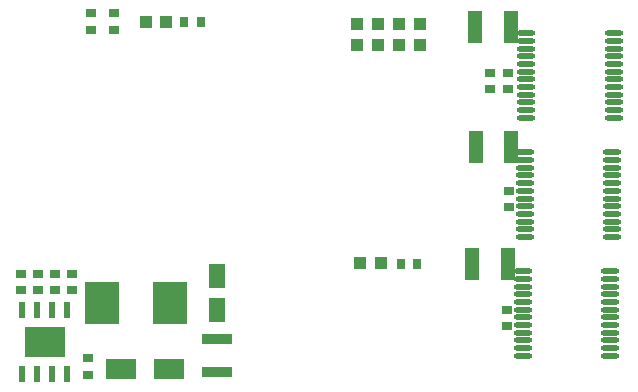
<source format=gtp>
G04 Layer_Color=8421504*
%FSLAX25Y25*%
%MOIN*%
G70*
G01*
G75*
%ADD10R,0.02756X0.03543*%
%ADD11R,0.03543X0.02756*%
%ADD12R,0.05709X0.08071*%
%ADD13R,0.09843X0.06693*%
%ADD14R,0.10236X0.03740*%
%ADD15R,0.11417X0.13976*%
%ADD16O,0.06299X0.01772*%
%ADD17R,0.03937X0.03937*%
%ADD18R,0.03937X0.03937*%
%ADD19R,0.04528X0.10630*%
%ADD20R,0.02362X0.05709*%
%ADD21R,0.13583X0.10079*%
D10*
X371512Y315500D02*
D03*
X366000D02*
D03*
X438244Y235000D02*
D03*
X443756D02*
D03*
D11*
X468000Y298756D02*
D03*
Y293244D02*
D03*
X311488Y226244D02*
D03*
Y231756D02*
D03*
X328488Y226244D02*
D03*
Y231756D02*
D03*
X334000Y198000D02*
D03*
Y203512D02*
D03*
X317155Y231756D02*
D03*
Y226244D02*
D03*
X322822D02*
D03*
Y231756D02*
D03*
X342500Y313000D02*
D03*
Y318512D02*
D03*
X335000Y312988D02*
D03*
Y318500D02*
D03*
X474220Y259331D02*
D03*
Y253819D02*
D03*
X473500Y219756D02*
D03*
Y214244D02*
D03*
X474000Y298756D02*
D03*
Y293244D02*
D03*
D12*
X377000Y219780D02*
D03*
Y231000D02*
D03*
D13*
X345126Y200000D02*
D03*
X360874D02*
D03*
D14*
X377000Y198976D02*
D03*
Y210000D02*
D03*
D15*
X361417Y222000D02*
D03*
X338583D02*
D03*
D16*
X479654Y272150D02*
D03*
Y269591D02*
D03*
Y267032D02*
D03*
Y264472D02*
D03*
Y261913D02*
D03*
Y259354D02*
D03*
Y256795D02*
D03*
Y254236D02*
D03*
Y251677D02*
D03*
Y249118D02*
D03*
Y246559D02*
D03*
Y244000D02*
D03*
X508787Y272150D02*
D03*
Y269591D02*
D03*
Y267032D02*
D03*
Y264472D02*
D03*
Y261913D02*
D03*
Y259354D02*
D03*
Y256795D02*
D03*
Y254236D02*
D03*
Y251677D02*
D03*
Y249118D02*
D03*
Y246559D02*
D03*
Y244000D02*
D03*
X478933Y232575D02*
D03*
Y230016D02*
D03*
Y227457D02*
D03*
Y224898D02*
D03*
Y222339D02*
D03*
Y219780D02*
D03*
Y217220D02*
D03*
Y214661D02*
D03*
Y212102D02*
D03*
Y209543D02*
D03*
Y206984D02*
D03*
Y204425D02*
D03*
X508067Y232575D02*
D03*
Y230016D02*
D03*
Y227457D02*
D03*
Y224898D02*
D03*
Y222339D02*
D03*
Y219780D02*
D03*
Y217220D02*
D03*
Y214661D02*
D03*
Y212102D02*
D03*
Y209543D02*
D03*
Y206984D02*
D03*
Y204425D02*
D03*
X480031Y311850D02*
D03*
Y309291D02*
D03*
Y306732D02*
D03*
Y304173D02*
D03*
Y301614D02*
D03*
Y299055D02*
D03*
Y296496D02*
D03*
Y293937D02*
D03*
Y291378D02*
D03*
Y288819D02*
D03*
Y286260D02*
D03*
Y283701D02*
D03*
X509165Y311850D02*
D03*
Y309291D02*
D03*
Y306732D02*
D03*
Y304173D02*
D03*
Y301614D02*
D03*
Y299055D02*
D03*
Y296496D02*
D03*
Y293937D02*
D03*
Y291378D02*
D03*
Y288819D02*
D03*
Y286260D02*
D03*
Y283701D02*
D03*
D17*
X353256Y315500D02*
D03*
X359949D02*
D03*
X424807Y235366D02*
D03*
X431500D02*
D03*
D18*
X444513Y308123D02*
D03*
Y314816D02*
D03*
X437525Y308123D02*
D03*
Y314816D02*
D03*
X430538Y308123D02*
D03*
Y314816D02*
D03*
X423550Y308123D02*
D03*
Y314816D02*
D03*
D19*
X463189Y274000D02*
D03*
X475000D02*
D03*
X462094Y235000D02*
D03*
X473906D02*
D03*
X463094Y314000D02*
D03*
X474906D02*
D03*
D20*
X326988Y219728D02*
D03*
X321988D02*
D03*
X316988D02*
D03*
X311988D02*
D03*
X326988Y198272D02*
D03*
X321988D02*
D03*
X316988D02*
D03*
X311988D02*
D03*
D21*
X319488Y209000D02*
D03*
M02*

</source>
